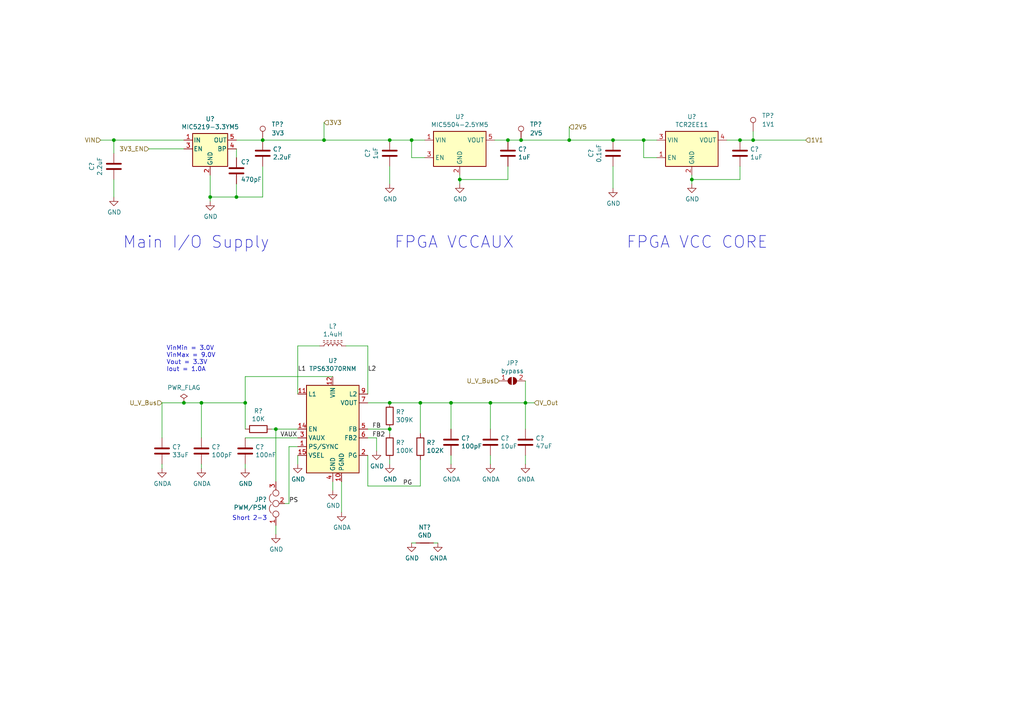
<source format=kicad_sch>
(kicad_sch (version 20211123) (generator eeschema)
  (paper "A4")
  (lib_symbols
    (symbol "Connector:TestPoint" (pin_numbers hide) (pin_names (offset 0.762) hide)
      (property "Reference" "TP" (at 0 6.858 0))
      (property "Value" "TestPoint" (at 0 5.08 0))
      (symbol "TestPoint_0_1"
        (circle (center 0 3.302) (radius 0.762))
      )
      (symbol "TestPoint_1_1"
        (pin passive line (at 0 0 90) (length 2.54) (name "1") (number "1"))
      )
    )
    (symbol "Device:C" (pin_numbers hide) (pin_names (offset 0.254))
      (property "Reference" "C" (at 0.635 2.54 0))
      (property "Value" "C" (at 0.635 -2.54 0))
      (symbol "C_0_1"
        (polyline (pts (xy -2.032 -0.762) (xy 2.032 -0.762)) (stroke (width 0.508)))
        (polyline (pts (xy -2.032 0.762) (xy 2.032 0.762)) (stroke (width 0.508)))
      )
      (symbol "C_1_1"
        (pin passive line (at 0 3.81 270) (length 2.794) (name "~") (number "1"))
        (pin passive line (at 0 -3.81 90) (length 2.794) (name "~") (number "2"))
      )
    )
    (symbol "Device:Jumper_NC_Dual" (pin_names (offset 0.762) hide)
      (property "Reference" "JP" (at 1.27 -2.54 0))
      (property "Value" "Device_Jumper_NC_Dual" (at 0 2.54 0))
      (symbol "Jumper_NC_Dual_0_1"
        (circle (center -3.048 0) (radius 0.889))
        (arc (start -0.254 1.27) (mid -1.524 1.8804) (end -2.794 1.27))
        (circle (center 0 0) (radius 0.9144))
        (arc (start 2.794 1.27) (mid 1.524 1.8804) (end 0.254 1.27))
        (circle (center 3.048 0) (radius 0.889))
        (pin passive line (at -6.35 0 0) (length 2.413) (name "1") (number "1"))
        (pin passive line (at 0 -2.54 90) (length 1.524) (name "2") (number "2"))
        (pin passive line (at 6.35 0 180) (length 2.413) (name "3") (number "3"))
      )
    )
    (symbol "Device:L_Core_Ferrite" (pin_numbers hide) (pin_names (offset 1.016) hide)
      (property "Reference" "L" (at -1.27 0 90))
      (property "Value" "Device_L_Core_Ferrite" (at 2.794 0 90))
      (symbol "L_Core_Ferrite_0_1"
        (arc (start 0 -2.54) (mid 0.635 -1.905) (end 0 -1.27))
        (arc (start 0 -1.27) (mid 0.635 -0.635) (end 0 0))
        (polyline (pts (xy 1.016 -2.794) (xy 1.016 -2.286)))
        (polyline (pts (xy 1.016 -1.778) (xy 1.016 -1.27)))
        (polyline (pts (xy 1.016 -0.762) (xy 1.016 -0.254)))
        (polyline (pts (xy 1.016 0.254) (xy 1.016 0.762)))
        (polyline (pts (xy 1.016 1.27) (xy 1.016 1.778)))
        (polyline (pts (xy 1.016 2.286) (xy 1.016 2.794)))
        (polyline (pts (xy 1.524 -2.286) (xy 1.524 -2.794)))
        (polyline (pts (xy 1.524 -1.27) (xy 1.524 -1.778)))
        (polyline (pts (xy 1.524 -0.254) (xy 1.524 -0.762)))
        (polyline (pts (xy 1.524 0.762) (xy 1.524 0.254)))
        (polyline (pts (xy 1.524 1.778) (xy 1.524 1.27)))
        (polyline (pts (xy 1.524 2.794) (xy 1.524 2.286)))
        (arc (start 0 0) (mid 0.635 0.635) (end 0 1.27))
        (arc (start 0 1.27) (mid 0.635 1.905) (end 0 2.54))
      )
      (symbol "L_Core_Ferrite_1_1"
        (pin passive line (at 0 3.81 270) (length 1.27) (name "1") (number "1"))
        (pin passive line (at 0 -3.81 90) (length 1.27) (name "2") (number "2"))
      )
    )
    (symbol "Device:Net-Tie_2" (pin_numbers hide) (pin_names (offset 0) hide)
      (property "Reference" "NT" (at 0 1.27 0))
      (property "Value" "Device_Net-Tie_2" (at 0 -1.27 0))
      (symbol "Net-Tie_2_0_1"
        (polyline (pts (xy -1.27 0) (xy 1.27 0)) (stroke (width 0.254)))
      )
      (symbol "Net-Tie_2_1_1"
        (pin passive line (at -2.54 0 0) (length 2.54) (name "1") (number "1"))
        (pin passive line (at 2.54 0 180) (length 2.54) (name "2") (number "2"))
      )
    )
    (symbol "Device:R" (pin_numbers hide) (pin_names (offset 0))
      (property "Reference" "R" (at 2.032 0 90))
      (property "Value" "R" (at 0 0 90))
      (symbol "R_0_1"
        (rectangle (start -1.016 -2.54) (end 1.016 2.54) (stroke (width 0.254)))
      )
      (symbol "R_1_1"
        (pin passive line (at 0 3.81 270) (length 1.27) (name "~") (number "1"))
        (pin passive line (at 0 -3.81 90) (length 1.27) (name "~") (number "2"))
      )
    )
    (symbol "Jumper:SolderJumper_2_Open" (pin_names (offset 0) hide)
      (property "Reference" "JP" (at 0 2.032 0))
      (property "Value" "SolderJumper_2_Open" (at 0 -2.54 0))
      (symbol "SolderJumper_2_Open_0_1"
        (arc (start -0.254 1.016) (mid -1.27 0) (end -0.254 -1.016))
        (arc (start -0.254 1.016) (mid -1.27 0) (end -0.254 -1.016) (fill (type outline)))
        (polyline (pts (xy -0.254 1.016) (xy -0.254 -1.016)))
        (polyline (pts (xy 0.254 1.016) (xy 0.254 -1.016)))
        (arc (start 0.254 -1.016) (mid 1.27 0) (end 0.254 1.016))
        (arc (start 0.254 -1.016) (mid 1.27 0) (end 0.254 1.016) (fill (type outline)))
      )
      (symbol "SolderJumper_2_Open_1_1"
        (pin passive line (at -3.81 0 0) (length 2.54) (name "A") (number "1"))
        (pin passive line (at 3.81 0 180) (length 2.54) (name "B") (number "2"))
      )
    )
    (symbol "Regulator_Linear:MIC5219-3.3YM5" (pin_names (offset 0.254))
      (property "Reference" "U" (at -3.81 5.715 0))
      (property "Value" "MIC5219-3.3YM5" (at 0 5.715 0))
      (symbol "MIC5219-3.3YM5_0_1"
        (rectangle (start -5.08 4.445) (end 5.08 -5.08) (stroke (width 0.254)) (fill (type background)))
      )
      (symbol "MIC5219-3.3YM5_1_1"
        (pin power_in line (at -7.62 2.54 0) (length 2.54) (name "IN") (number "1"))
        (pin power_in line (at 0 -7.62 90) (length 2.54) (name "GND") (number "2"))
        (pin input line (at -7.62 0 0) (length 2.54) (name "EN") (number "3"))
        (pin input line (at 7.62 0 180) (length 2.54) (name "BP") (number "4"))
        (pin power_out line (at 7.62 2.54 180) (length 2.54) (name "OUT") (number "5"))
      )
    )
    (symbol "Regulator_Linear:MIC5504-2.5YM5"
      (property "Reference" "U" (at -7.62 8.89 0))
      (property "Value" "MIC5504-2.5YM5" (at -7.62 6.35 0))
      (symbol "MIC5504-2.5YM5_0_1"
        (rectangle (start -7.62 -5.08) (end 7.62 5.08) (stroke (width 0.254)) (fill (type background)))
      )
      (symbol "MIC5504-2.5YM5_1_1"
        (pin power_in line (at -10.16 2.54 0) (length 2.54) (name "VIN") (number "1"))
        (pin power_in line (at 0 -7.62 90) (length 2.54) (name "GND") (number "2"))
        (pin input line (at -10.16 -2.54 0) (length 2.54) (name "EN") (number "3"))
        (pin no_connect line (at 7.62 -2.54 180) (length 2.54) hide (name "NC") (number "4"))
        (pin power_out line (at 10.16 2.54 180) (length 2.54) (name "VOUT") (number "5"))
      )
    )
    (symbol "lsf-kicad:TPS63070RNM"
      (property "Reference" "U" (at 0 2.54 0))
      (property "Value" "TPS63070RNM" (at 10.16 15.24 0))
      (symbol "TPS63070RNM_1_1"
        (rectangle (start -7.62 12.7) (end 7.62 -12.7) (stroke (width 0.254)) (fill (type background)))
        (pin input line (at -10.16 -5.08 0) (length 2.54) (name "PS/SYNC") (number "1"))
        (pin power_in line (at 2.54 -15.24 90) (length 2.54) (name "PGND") (number "10"))
        (pin input line (at -10.16 10.16 0) (length 2.54) (name "L1") (number "11"))
        (pin power_in line (at 0 15.24 270) (length 2.54) (name "VIN") (number "12"))
        (pin input line (at -10.16 0 0) (length 2.54) (name "EN") (number "14"))
        (pin input line (at -10.16 -7.62 0) (length 2.54) (name "VSEL") (number "15"))
        (pin output line (at 10.16 -7.62 180) (length 2.54) (name "PG") (number "2"))
        (pin passive line (at -10.16 -2.54 0) (length 2.54) (name "VAUX") (number "3"))
        (pin power_in line (at 0 -15.24 90) (length 2.54) (name "GND") (number "4"))
        (pin passive line (at 10.16 0 180) (length 2.54) (name "FB") (number "5"))
        (pin passive line (at 10.16 -2.54 180) (length 2.54) (name "FB2") (number "6"))
        (pin power_out line (at 10.16 7.62 180) (length 2.54) (name "VOUT") (number "7"))
        (pin input line (at 10.16 10.16 180) (length 2.54) (name "L2") (number "9"))
      )
    )
    (symbol "power:GND" (power) (pin_names (offset 0))
      (property "Value" "GND" (at 0 -3.81 0))
      (symbol "GND_0_1"
        (polyline (pts (xy 0 0) (xy 0 -1.27) (xy 1.27 -1.27) (xy 0 -2.54) (xy -1.27 -1.27) (xy 0 -1.27)))
      )
      (symbol "GND_1_1"
        (pin power_in line (at 0 0 270) (length 0) hide (name "GND") (number "1"))
      )
    )
    (symbol "power:GNDA" (power) (pin_names (offset 0))
      (property "Value" "GNDA" (at 0 -3.81 0))
      (symbol "GNDA_0_1"
        (polyline (pts (xy 0 0) (xy 0 -1.27) (xy 1.27 -1.27) (xy 0 -2.54) (xy -1.27 -1.27) (xy 0 -1.27)))
      )
      (symbol "GNDA_1_1"
        (pin power_in line (at 0 0 270) (length 0) hide (name "GNDA") (number "1"))
      )
    )
    (symbol "power:PWR_FLAG" (power) (pin_numbers hide) (pin_names (offset 0) hide)
      (property "Value" "PWR_FLAG" (at 0 3.81 0))
      (symbol "PWR_FLAG_0_0"
        (pin power_out line (at 0 0 90) (length 0) (name "pwr") (number "1"))
      )
      (symbol "PWR_FLAG_0_1"
        (polyline (pts (xy 0 0) (xy 0 1.27) (xy -1.016 1.905) (xy 0 2.54) (xy 1.016 1.905) (xy 0 1.27)))
      )
    )
    (symbol "support_hardware:TCR2EE11"
      (property "Reference" "U" (at -7.62 8.89 0))
      (property "Value" "TCR2EE11" (at -7.62 6.35 0))
      (symbol "TCR2EE11_0_1"
        (rectangle (start -7.62 -5.08) (end 7.62 5.08) (stroke (width 0.254)) (fill (type background)))
      )
      (symbol "TCR2EE11_1_1"
        (pin input line (at -10.16 -2.54 0) (length 2.54) (name "EN") (number "1"))
        (pin power_in line (at 0 -7.62 90) (length 2.54) (name "GND") (number "2"))
        (pin power_in line (at -10.16 2.54 0) (length 2.54) (name "VIN") (number "3"))
        (pin power_out line (at 10.16 2.54 180) (length 2.54) (name "VOUT") (number "4"))
        (pin no_connect line (at 7.62 -2.54 180) (length 2.54) hide (name "NC") (number "5"))
      )
    )
  )
  (junction (at 71.12 116.84))
  (junction (at 142.24 116.84))
  (junction (at 76.2 40.64))
  (junction (at 68.58 57.15))
  (junction (at 80.01 124.46))
  (junction (at 218.44 40.64))
  (junction (at 113.03 40.64))
  (junction (at 58.42 116.84))
  (junction (at 177.8 40.64))
  (junction (at 214.63 40.64))
  (junction (at 151.13 40.64))
  (junction (at 186.69 40.64))
  (junction (at 147.32 40.64))
  (junction (at 165.1 40.64))
  (junction (at 133.35 52.07))
  (junction (at 200.66 52.07))
  (junction (at 121.92 116.84))
  (junction (at 53.34 116.84))
  (junction (at 33.02 40.64))
  (junction (at 152.4 116.84))
  (junction (at 113.03 124.46))
  (junction (at 113.03 116.84))
  (junction (at 60.96 57.15))
  (junction (at 130.81 116.84))
  (junction (at 93.98 40.64))
  (junction (at 119.38 40.64))
  (wire (pts (xy 33.02 44.45) (xy 33.02 40.64)))
  (wire (pts (xy 200.66 52.07) (xy 200.66 53.34)))
  (wire (pts (xy 130.81 132.08) (xy 130.81 134.62)))
  (wire (pts (xy 152.4 124.46) (xy 152.4 116.84)))
  (wire (pts (xy 100.33 100.33) (xy 106.68 100.33)))
  (wire (pts (xy 106.68 127) (xy 109.22 127)))
  (wire (pts (xy 58.42 135.89) (xy 58.42 134.62)))
  (wire (pts (xy 99.06 148.59) (xy 99.06 139.7)))
  (wire (pts (xy 214.63 52.07) (xy 200.66 52.07)))
  (wire (pts (xy 71.12 127) (xy 86.36 127)))
  (wire (pts (xy 119.38 157.48) (xy 120.65 157.48)))
  (wire (pts (xy 218.44 40.64) (xy 218.44 38.1)))
  (wire (pts (xy 96.52 139.7) (xy 96.52 142.24)))
  (wire (pts (xy 214.63 48.26) (xy 214.63 52.07)))
  (wire (pts (xy 93.98 35.56) (xy 93.98 40.64)))
  (wire (pts (xy 152.4 134.62) (xy 152.4 132.08)))
  (wire (pts (xy 130.81 116.84) (xy 142.24 116.84)))
  (wire (pts (xy 121.92 125.73) (xy 121.92 116.84)))
  (wire (pts (xy 58.42 116.84) (xy 71.12 116.84)))
  (wire (pts (xy 96.52 109.22) (xy 71.12 109.22)))
  (wire (pts (xy 53.34 43.18) (xy 43.18 43.18)))
  (wire (pts (xy 78.74 124.46) (xy 80.01 124.46)))
  (wire (pts (xy 152.4 116.84) (xy 154.94 116.84)))
  (wire (pts (xy 142.24 124.46) (xy 142.24 116.84)))
  (wire (pts (xy 80.01 154.94) (xy 80.01 152.4)))
  (wire (pts (xy 200.66 50.8) (xy 200.66 52.07)))
  (wire (pts (xy 210.82 40.64) (xy 214.63 40.64)))
  (wire (pts (xy 106.68 116.84) (xy 113.03 116.84)))
  (wire (pts (xy 86.36 132.08) (xy 86.36 134.62)))
  (wire (pts (xy 80.01 139.7) (xy 80.01 124.46)))
  (wire (pts (xy 60.96 57.15) (xy 60.96 58.42)))
  (wire (pts (xy 76.2 57.15) (xy 76.2 48.26)))
  (wire (pts (xy 177.8 48.26) (xy 177.8 54.61)))
  (wire (pts (xy 93.98 40.64) (xy 113.03 40.64)))
  (wire (pts (xy 123.19 40.64) (xy 119.38 40.64)))
  (wire (pts (xy 119.38 45.72) (xy 123.19 45.72)))
  (wire (pts (xy 92.71 100.33) (xy 86.36 100.33)))
  (wire (pts (xy 233.68 40.64) (xy 218.44 40.64)))
  (wire (pts (xy 106.68 140.97) (xy 121.92 140.97)))
  (wire (pts (xy 68.58 57.15) (xy 76.2 57.15)))
  (wire (pts (xy 68.58 43.18) (xy 68.58 45.72)))
  (wire (pts (xy 186.69 45.72) (xy 190.5 45.72)))
  (wire (pts (xy 58.42 127) (xy 58.42 116.84)))
  (wire (pts (xy 71.12 124.46) (xy 71.12 116.84)))
  (wire (pts (xy 86.36 100.33) (xy 86.36 114.3)))
  (wire (pts (xy 71.12 109.22) (xy 71.12 116.84)))
  (wire (pts (xy 76.2 40.64) (xy 93.98 40.64)))
  (wire (pts (xy 152.4 110.49) (xy 152.4 116.84)))
  (wire (pts (xy 142.24 116.84) (xy 152.4 116.84)))
  (wire (pts (xy 71.12 134.62) (xy 71.12 135.89)))
  (wire (pts (xy 147.32 48.26) (xy 147.32 52.07)))
  (wire (pts (xy 133.35 52.07) (xy 133.35 53.34)))
  (wire (pts (xy 106.68 132.08) (xy 106.68 140.97)))
  (wire (pts (xy 46.99 134.62) (xy 46.99 135.89)))
  (wire (pts (xy 106.68 124.46) (xy 113.03 124.46)))
  (wire (pts (xy 68.58 40.64) (xy 76.2 40.64)))
  (wire (pts (xy 214.63 40.64) (xy 218.44 40.64)))
  (wire (pts (xy 143.51 40.64) (xy 147.32 40.64)))
  (wire (pts (xy 121.92 116.84) (xy 130.81 116.84)))
  (wire (pts (xy 33.02 40.64) (xy 53.34 40.64)))
  (wire (pts (xy 29.21 40.64) (xy 33.02 40.64)))
  (wire (pts (xy 142.24 132.08) (xy 142.24 134.62)))
  (wire (pts (xy 46.99 116.84) (xy 53.34 116.84)))
  (wire (pts (xy 147.32 52.07) (xy 133.35 52.07)))
  (wire (pts (xy 83.82 146.05) (xy 82.55 146.05)))
  (wire (pts (xy 130.81 124.46) (xy 130.81 116.84)))
  (wire (pts (xy 125.73 157.48) (xy 127 157.48)))
  (wire (pts (xy 106.68 100.33) (xy 106.68 114.3)))
  (wire (pts (xy 113.03 40.64) (xy 119.38 40.64)))
  (wire (pts (xy 186.69 40.64) (xy 186.69 45.72)))
  (wire (pts (xy 165.1 36.83) (xy 165.1 40.64)))
  (wire (pts (xy 83.82 129.54) (xy 86.36 129.54)))
  (wire (pts (xy 113.03 133.35) (xy 113.03 134.62)))
  (wire (pts (xy 46.99 116.84) (xy 46.99 127)))
  (wire (pts (xy 83.82 129.54) (xy 83.82 146.05)))
  (wire (pts (xy 165.1 40.64) (xy 177.8 40.64)))
  (wire (pts (xy 190.5 40.64) (xy 186.69 40.64)))
  (wire (pts (xy 121.92 140.97) (xy 121.92 133.35)))
  (wire (pts (xy 68.58 53.34) (xy 68.58 57.15)))
  (wire (pts (xy 119.38 40.64) (xy 119.38 45.72)))
  (wire (pts (xy 113.03 124.46) (xy 113.03 125.73)))
  (wire (pts (xy 147.32 40.64) (xy 151.13 40.64)))
  (wire (pts (xy 58.42 116.84) (xy 53.34 116.84)))
  (wire (pts (xy 177.8 40.64) (xy 186.69 40.64)))
  (wire (pts (xy 109.22 127) (xy 109.22 130.81)))
  (wire (pts (xy 68.58 57.15) (xy 60.96 57.15)))
  (wire (pts (xy 33.02 52.07) (xy 33.02 57.15)))
  (wire (pts (xy 151.13 40.64) (xy 165.1 40.64)))
  (wire (pts (xy 113.03 53.34) (xy 113.03 48.26)))
  (wire (pts (xy 80.01 124.46) (xy 86.36 124.46)))
  (wire (pts (xy 133.35 50.8) (xy 133.35 52.07)))
  (wire (pts (xy 113.03 116.84) (xy 121.92 116.84)))
  (wire (pts (xy 60.96 50.8) (xy 60.96 57.15)))
  (text "FPGA VCCAUX" (at 114.3 72.39 0) (effects (font (size 3.4036 3.4036)) (justify left bottom)))
  (text "FPGA VCC CORE" (at 181.61 72.39 0) (effects (font (size 3.4036 3.4036)) (justify left bottom)))
  (text "VinMin = 3.0V\nVinMax = 9.0V\nVout = 3.3V\nIout = 1.0A" (at 48.26 107.95 0) (effects (font (size 1.27 1.27)) (justify left bottom)))
  (text "Short 2-3" (at 67.31 151.13 0) (effects (font (size 1.27 1.27)) (justify left bottom)))
  (text "Main I/O Supply" (at 35.56 72.39 0) (effects (font (size 3.4036 3.4036)) (justify left bottom)))
  (label "L2" (at 106.68 107.95 0))
  (label "VAUX" (at 81.28 127 0))
  (label "FB" (at 107.95 124.46 0))
  (label "FB2" (at 107.95 127 0))
  (label "L1" (at 86.36 107.95 0))
  (label "PG" (at 116.84 140.97 0))
  (label "PS" (at 83.82 146.05 0))
  (hierarchical_label "U_V_Bus" (shape input) (at 144.78 110.49 180))
  (hierarchical_label "1V1" (shape input) (at 233.68 40.64 0))
  (hierarchical_label "VIN" (shape input) (at 29.21 40.64 180))
  (hierarchical_label "V_Out" (shape input) (at 154.94 116.84 0))
  (hierarchical_label "3V3" (shape input) (at 93.98 35.56 0))
  (hierarchical_label "U_V_Bus" (shape input) (at 46.99 116.84 180))
  (hierarchical_label "3V3_EN" (shape input) (at 43.18 43.18 180))
  (hierarchical_label "2V5" (shape input) (at 165.1 36.83 0))
  (symbol (lib_id "Device:C") (at 152.4 128.27 0) (unit 1)
    (property "Reference" "C?" (at 155.321 127.1016 0) (effects (justify left)))
    (property "Value" "47uF" (at 155.321 129.413 0) (effects (justify left)))
    (property "Footprint" "Capacitor_SMD:C_1206_3216Metric_Pad1.39x1.80mm_HandSolder" (effects hide))
    (property "Part Number" "EMK316BBJ476ML-T" (effects hide))
  )
  (symbol (lib_id "Device:C") (at 113.03 44.45 0) (unit 1)
    (property "Reference" "C?" (at 106.6292 44.45 90))
    (property "Value" "1uF" (at 108.9406 44.45 90))
    (property "Footprint" "Capacitor_SMD:C_0603_1608Metric" (effects hide))
    (property "Manufacturer_Part_Number" "LMK107B7225KA-T" (effects hide))
  )
  (symbol (lib_id "Device:C") (at 142.24 128.27 0) (unit 1)
    (property "Reference" "C?" (at 145.161 127.1016 0) (effects (justify left)))
    (property "Value" "10uF" (at 145.161 129.413 0) (effects (justify left)))
    (property "Footprint" "Capacitor_SMD:C_0603_1608Metric_Pad0.99x1.00mm_HandSolder" (effects hide))
    (property "Part Number" "ZRB18AR61C106ME01L" (effects hide))
  )
  (symbol (lib_id "Connector:TestPoint") (at 218.44 38.1 0) (unit 1)
    (property "Reference" "TP?" (at 220.98 33.5279 0) (effects (justify left)))
    (property "Value" "1V1" (at 220.98 36.0679 0) (effects (justify left)))
    (property "Footprint" "TestPoint:TestPoint_Pad_D1.0mm" (effects hide))
  )
  (symbol (lib_id "power:GND") (at 60.96 58.42 0) (unit 1)
    (property "Reference" "#PWR?" (effects hide))
    (property "Value" "GND" (at 61.087 62.8142 0))
  )
  (symbol (lib_id "power:GND") (at 86.36 134.62 0) (unit 1)
    (property "Reference" "#PWR?" (effects hide))
    (property "Value" "GND" (at 86.487 139.0142 0))
  )
  (symbol (lib_id "Device:C") (at 177.8 44.45 0) (unit 1)
    (property "Reference" "C?" (at 171.3992 44.45 90))
    (property "Value" "0.1uF" (at 173.7106 44.45 90))
    (property "Footprint" "Capacitor_SMD:C_0402_1005Metric" (effects hide))
    (property "Manufacturer_Part_Number" "LMF105B7104KVHF" (effects hide))
  )
  (symbol (lib_id "power:GND") (at 71.12 135.89 0) (unit 1)
    (property "Reference" "#PWR?" (effects hide))
    (property "Value" "GND" (at 71.247 140.2842 0))
  )
  (symbol (lib_id "Device:C") (at 71.12 130.81 0) (unit 1)
    (property "Reference" "C?" (at 74.041 129.6416 0) (effects (justify left)))
    (property "Value" "100nF" (at 74.041 131.953 0) (effects (justify left)))
    (property "Footprint" "Capacitor_SMD:C_0603_1608Metric_Pad0.99x1.00mm_HandSolder" (effects hide))
    (property "Part Number" "VJ0603V104ZXQPW1BC" (effects hide))
  )
  (symbol (lib_id "Jumper:SolderJumper_2_Open") (at 148.59 110.49 0) (unit 1)
    (property "Reference" "JP?" (at 148.59 105.283 0))
    (property "Value" "bypass" (at 148.59 107.5944 0))
    (property "Footprint" "Jumper:SolderJumper-2_P1.3mm_Open_Pad1.0x1.5mm" (effects hide))
  )
  (symbol (lib_id "power:GND") (at 133.35 53.34 0) (unit 1)
    (property "Reference" "#PWR?" (effects hide))
    (property "Value" "GND" (at 133.477 57.7342 0))
  )
  (symbol (lib_id "Connector:TestPoint") (at 76.2 40.64 0) (unit 1)
    (property "Reference" "TP?" (at 78.74 36.0679 0) (effects (justify left)))
    (property "Value" "3V3" (at 78.74 38.6079 0) (effects (justify left)))
    (property "Footprint" "TestPoint:TestPoint_Pad_D1.0mm" (effects hide))
  )
  (symbol (lib_id "Device:L_Core_Ferrite") (at 96.52 100.33 90) (unit 1)
    (property "Reference" "L?" (at 96.52 94.615 90))
    (property "Value" "1.4uH" (at 96.52 96.9264 90))
    (property "Footprint" "Inductor_SMD:L_Coilcraft_XxL4020" (effects hide))
    (property "Part Number" "XFL4020-152MEB" (effects hide))
  )
  (symbol (lib_id "power:GND") (at 200.66 53.34 0) (unit 1)
    (property "Reference" "#PWR?" (effects hide))
    (property "Value" "GND" (at 200.787 57.7342 0))
  )
  (symbol (lib_id "Device:C") (at 46.99 130.81 0) (unit 1)
    (property "Reference" "C?" (at 49.911 129.6416 0) (effects (justify left)))
    (property "Value" "33uF" (at 49.911 131.953 0) (effects (justify left)))
    (property "Footprint" "Capacitor_SMD:C_1206_3216Metric_Pad1.39x1.80mm_HandSolder" (effects hide))
    (property "Part Number" "C3216JB1E336M160AC" (effects hide))
  )
  (symbol (lib_id "power:GND") (at 33.02 57.15 0) (unit 1)
    (property "Reference" "#PWR?" (effects hide))
    (property "Value" "GND" (at 33.147 61.5442 0))
  )
  (symbol (lib_id "Device:Net-Tie_2") (at 123.19 157.48 0) (unit 1)
    (property "Reference" "NT?" (at 123.19 152.9588 0))
    (property "Value" "GND" (at 123.19 155.2702 0))
    (property "Footprint" "NetTie:NetTie-2_SMD_Pad0.5mm" (effects hide))
  )
  (symbol (lib_id "power:GND") (at 109.22 130.81 0) (unit 1)
    (property "Reference" "#PWR?" (effects hide))
    (property "Value" "GND" (at 109.347 135.2042 0))
  )
  (symbol (lib_id "Device:C") (at 58.42 130.81 180) (unit 1)
    (property "Reference" "C?" (at 61.341 129.6416 0) (effects (justify right)))
    (property "Value" "100pF" (at 61.341 131.953 0) (effects (justify right)))
    (property "Footprint" "Capacitor_SMD:C_0603_1608Metric_Pad0.99x1.00mm_HandSolder" (effects hide))
    (property "Part Number" "0603YC101K4T2A" (effects hide))
  )
  (symbol (lib_id "power:PWR_FLAG") (at 53.34 116.84 0) (unit 1)
    (property "Reference" "#FLG?" (effects hide))
    (property "Value" "PWR_FLAG" (at 53.34 112.4204 0))
  )
  (symbol (lib_id "lsf-kicad:TPS63070RNM") (at 96.52 124.46 0) (unit 1)
    (property "Reference" "U?" (at 96.52 104.6226 0))
    (property "Value" "TPS63070RNM" (at 96.52 106.934 0))
    (property "Footprint" "lsf-kicad-lib:VQFN-15_2.5x3_Pitch0.5mm" (effects hide))
    (property "Datasheet" "http://www.ti.com/lit/ds/symlink/tps63070.pdf" (effects hide))
    (property "Part Number" "TPS63070RNM" (effects hide))
  )
  (symbol (lib_id "Device:C") (at 68.58 49.53 0) (unit 1)
    (property "Reference" "C?" (at 69.85 46.99 0) (effects (justify left)))
    (property "Value" "470pF" (at 69.85 52.07 0) (effects (justify left)))
    (property "Footprint" "Capacitor_SMD:C_0402_1005Metric" (effects hide))
    (property "Manufacturer_Part_Number" "UMK105BJ471KV-F" (effects hide))
  )
  (symbol (lib_id "power:GND") (at 119.38 157.48 0) (unit 1)
    (property "Reference" "#PWR?" (effects hide))
    (property "Value" "GND" (at 119.507 161.8742 0))
  )
  (symbol (lib_id "Device:R") (at 113.03 129.54 180) (unit 1)
    (property "Reference" "R?" (at 114.808 128.3716 0) (effects (justify right)))
    (property "Value" "100K" (at 114.808 130.683 0) (effects (justify right)))
    (property "Footprint" "Resistor_SMD:R_0603_1608Metric_Pad0.99x1.00mm_HandSolder" (effects hide))
    (property "Part Number" "ERJ-PB3B1003V" (effects hide))
  )
  (symbol (lib_id "power:GNDA") (at 46.99 135.89 0) (unit 1)
    (property "Reference" "#PWR?" (effects hide))
    (property "Value" "GNDA" (at 47.117 140.2842 0))
  )
  (symbol (lib_id "support_hardware:TCR2EE11") (at 200.66 43.18 0) (unit 1)
    (property "Reference" "U?" (at 200.66 33.8582 0))
    (property "Value" "TCR2EE11" (at 200.66 36.1696 0))
    (property "Footprint" "Package_TO_SOT_SMD:SOT-553" (effects hide))
    (property "Datasheet" "https://toshiba.semicon-storage.com/info/docget.jsp?did=13794&prodName=TCR2EF45" (effects hide))
    (property "Manufacturer_Part_Number" "TCR2EE11,LM(CT" (effects hide))
  )
  (symbol (lib_id "power:GNDA") (at 130.81 134.62 0) (unit 1)
    (property "Reference" "#PWR?" (effects hide))
    (property "Value" "GNDA" (at 130.937 139.0142 0))
  )
  (symbol (lib_id "power:GNDA") (at 99.06 148.59 0) (unit 1)
    (property "Reference" "#PWR?" (effects hide))
    (property "Value" "GNDA" (at 99.187 152.9842 0))
  )
  (symbol (lib_id "power:GND") (at 80.01 154.94 0) (unit 1)
    (property "Reference" "#PWR?" (effects hide))
    (property "Value" "GND" (at 80.137 159.3342 0))
  )
  (symbol (lib_id "power:GNDA") (at 142.24 134.62 0) (unit 1)
    (property "Reference" "#PWR?" (effects hide))
    (property "Value" "GNDA" (at 142.367 139.0142 0))
  )
  (symbol (lib_id "Device:C") (at 214.63 44.45 0) (unit 1)
    (property "Reference" "C?" (at 217.551 43.2816 0) (effects (justify left)))
    (property "Value" "1uF" (at 217.551 45.593 0) (effects (justify left)))
    (property "Footprint" "Capacitor_SMD:C_0603_1608Metric" (effects hide))
    (property "Manufacturer_Part_Number" "LMK107B7225KA-T" (effects hide))
  )
  (symbol (lib_id "power:GNDA") (at 58.42 135.89 0) (unit 1)
    (property "Reference" "#PWR?" (effects hide))
    (property "Value" "GNDA" (at 58.547 140.2842 0))
  )
  (symbol (lib_id "Device:R") (at 74.93 124.46 270) (unit 1)
    (property "Reference" "R?" (at 74.93 119.2022 90))
    (property "Value" "10K" (at 74.93 121.5136 90))
    (property "Footprint" "Resistor_SMD:R_0603_1608Metric_Pad0.99x1.00mm_HandSolder" (effects hide))
    (property "Part Number" "RE0603BRE0710KL" (effects hide))
  )
  (symbol (lib_id "Device:Jumper_NC_Dual") (at 80.01 146.05 90) (unit 1)
    (property "Reference" "JP?" (at 77.4192 144.8816 90) (effects (justify left)))
    (property "Value" "PWM/PSM" (at 77.4192 147.193 90) (effects (justify left)))
    (property "Footprint" "Jumper:SolderJumper-3_P1.3mm_Open_Pad1.0x1.5mm_NumberLabels" (effects hide))
  )
  (symbol (lib_id "Device:C") (at 33.02 48.26 0) (unit 1)
    (property "Reference" "C?" (at 26.6192 48.26 90))
    (property "Value" "2.2uF" (at 28.9306 48.26 90))
    (property "Footprint" "Capacitor_SMD:C_0603_1608Metric" (effects hide))
    (property "Manufacturer_Part_Number" "LMK107B7105KA-T" (effects hide))
  )
  (symbol (lib_id "Device:C") (at 147.32 44.45 0) (unit 1)
    (property "Reference" "C?" (at 150.241 43.2816 0) (effects (justify left)))
    (property "Value" "1uF" (at 150.241 45.593 0) (effects (justify left)))
    (property "Footprint" "Capacitor_SMD:C_0603_1608Metric" (effects hide))
    (property "Manufacturer_Part_Number" "LMK107B7225KA-T" (effects hide))
  )
  (symbol (lib_id "power:GNDA") (at 127 157.48 0) (unit 1)
    (property "Reference" "#PWR?" (effects hide))
    (property "Value" "GNDA" (at 127.127 161.8742 0))
  )
  (symbol (lib_id "Device:R") (at 113.03 120.65 180) (unit 1)
    (property "Reference" "R?" (at 114.808 119.4816 0) (effects (justify right)))
    (property "Value" "309K" (at 114.808 121.793 0) (effects (justify right)))
    (property "Footprint" "Resistor_SMD:R_0603_1608Metric_Pad0.99x1.00mm_HandSolder" (effects hide))
    (property "Part Number" "CR0603-FX-3093ELF" (effects hide))
  )
  (symbol (lib_id "Regulator_Linear:MIC5504-2.5YM5") (at 133.35 43.18 0) (unit 1)
    (property "Reference" "U?" (at 133.35 33.8582 0))
    (property "Value" "MIC5504-2.5YM5" (at 133.35 36.1696 0))
    (property "Footprint" "Package_TO_SOT_SMD:SOT-23-5" (effects hide))
    (property "Datasheet" "http://ww1.microchip.com/downloads/en/DeviceDoc/MIC550X.pdf" (effects hide))
    (property "Manufacturer_Part_Number" "MIC5219-2.5YM5-TR" (effects hide))
  )
  (symbol (lib_id "Device:C") (at 76.2 44.45 0) (unit 1)
    (property "Reference" "C?" (at 79.121 43.2816 0) (effects (justify left)))
    (property "Value" "2.2uF" (at 79.121 45.593 0) (effects (justify left)))
    (property "Footprint" "Capacitor_SMD:C_0603_1608Metric" (effects hide))
    (property "Manufacturer_Part_Number" "LMK107B7105KA-T" (effects hide))
  )
  (symbol (lib_id "Regulator_Linear:MIC5219-3.3YM5") (at 60.96 43.18 0) (unit 1)
    (property "Reference" "U?" (at 60.96 34.4932 0))
    (property "Value" "MIC5219-3.3YM5" (at 60.96 36.8046 0))
    (property "Footprint" "Package_TO_SOT_SMD:SOT-23-5" (effects hide))
    (property "Datasheet" "http://ww1.microchip.com/downloads/en/DeviceDoc/MIC5219-500mA-Peak-Output-LDO-Regulator-DS20006021A.pdf" (effects hide))
    (property "Manufacturer_Part_Number" "MIC5219-3.3YM5-TR" (effects hide))
  )
  (symbol (lib_id "Connector:TestPoint") (at 151.13 40.64 0) (unit 1)
    (property "Reference" "TP?" (at 153.67 36.0679 0) (effects (justify left)))
    (property "Value" "2V5" (at 153.67 38.6079 0) (effects (justify left)))
    (property "Footprint" "TestPoint:TestPoint_Pad_D1.0mm" (effects hide))
  )
  (symbol (lib_id "power:GNDA") (at 152.4 134.62 0) (unit 1)
    (property "Reference" "#PWR?" (effects hide))
    (property "Value" "GNDA" (at 152.527 139.0142 0))
  )
  (symbol (lib_id "power:GND") (at 113.03 134.62 0) (unit 1)
    (property "Reference" "#PWR?" (effects hide))
    (property "Value" "GND" (at 113.157 139.0142 0))
  )
  (symbol (lib_id "power:GND") (at 96.52 142.24 0) (unit 1)
    (property "Reference" "#PWR?" (effects hide))
    (property "Value" "GND" (at 96.647 146.6342 0))
  )
  (symbol (lib_id "power:GND") (at 177.8 54.61 0) (unit 1)
    (property "Reference" "#PWR?" (effects hide))
    (property "Value" "GND" (at 177.927 59.0042 0))
  )
  (symbol (lib_id "Device:R") (at 121.92 129.54 180) (unit 1)
    (property "Reference" "R?" (at 123.698 128.3716 0) (effects (justify right)))
    (property "Value" "102K" (at 123.698 130.683 0) (effects (justify right)))
    (property "Footprint" "Resistor_SMD:R_0603_1608Metric_Pad0.99x1.00mm_HandSolder" (effects hide))
    (property "Part Number" "CRCW0603102KFKEA" (effects hide))
  )
  (symbol (lib_id "Device:C") (at 130.81 128.27 180) (unit 1)
    (property "Reference" "C?" (at 133.731 127.1016 0) (effects (justify right)))
    (property "Value" "100pF" (at 133.731 129.413 0) (effects (justify right)))
    (property "Footprint" "Capacitor_SMD:C_0603_1608Metric_Pad0.99x1.00mm_HandSolder" (effects hide))
    (property "Part Number" "0603YC101K4T2A" (effects hide))
  )
  (symbol (lib_id "power:GND") (at 113.03 53.34 0) (unit 1)
    (property "Reference" "#PWR?" (effects hide))
    (property "Value" "GND" (at 113.157 57.7342 0))
  )
)
</source>
